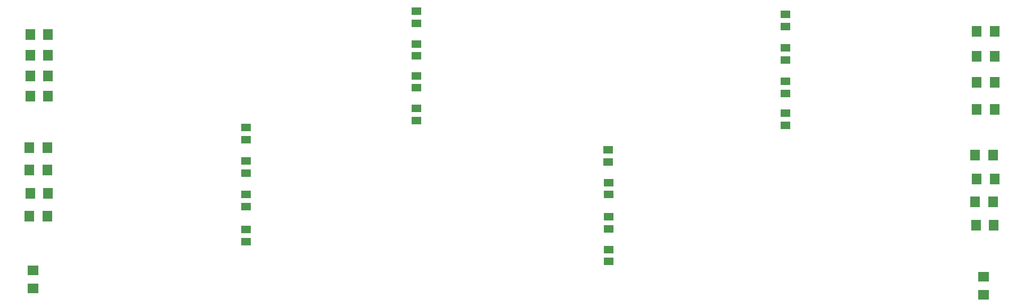
<source format=gbr>
G04 EAGLE Gerber RS-274X export*
G75*
%MOMM*%
%FSLAX34Y34*%
%LPD*%
%INSolderpaste Top*%
%IPPOS*%
%AMOC8*
5,1,8,0,0,1.08239X$1,22.5*%
G01*
%ADD10R,1.803000X1.600000*%
%ADD11R,1.600000X1.803000*%
%ADD12R,1.500000X1.300000*%


D10*
X2875280Y778760D03*
X2875280Y750320D03*
X1363980Y788920D03*
X1363980Y760480D03*
D11*
X1387090Y948690D03*
X1358650Y948690D03*
X1388360Y1131570D03*
X1359920Y1131570D03*
X1388360Y911860D03*
X1359920Y911860D03*
X1388360Y1098550D03*
X1359920Y1098550D03*
X1387090Y875030D03*
X1358650Y875030D03*
X1388360Y1066800D03*
X1359920Y1066800D03*
X1387090Y984250D03*
X1358650Y984250D03*
X1388360Y1164590D03*
X1359920Y1164590D03*
X2863600Y861060D03*
X2892040Y861060D03*
X2862330Y897890D03*
X2890770Y897890D03*
X2864870Y1045210D03*
X2893310Y1045210D03*
X2864870Y1088390D03*
X2893310Y1088390D03*
X2864870Y934720D03*
X2893310Y934720D03*
X2864870Y1130300D03*
X2893310Y1130300D03*
X2862330Y972820D03*
X2890770Y972820D03*
X2864870Y1169670D03*
X2893310Y1169670D03*
D12*
X1703070Y1016610D03*
X1703070Y997610D03*
X1703070Y963270D03*
X1703070Y944270D03*
X1703070Y909930D03*
X1703070Y890930D03*
X1703070Y854050D03*
X1703070Y835050D03*
X1973580Y1202030D03*
X1973580Y1183030D03*
X1973580Y1149960D03*
X1973580Y1130960D03*
X1973580Y1099160D03*
X1973580Y1080160D03*
X1973580Y1047090D03*
X1973580Y1028090D03*
X2279650Y822300D03*
X2279650Y803300D03*
X2279650Y874370D03*
X2279650Y855370D03*
X2279650Y928980D03*
X2279650Y909980D03*
X2278380Y981050D03*
X2278380Y962050D03*
X2560320Y1020470D03*
X2560320Y1039470D03*
X2560320Y1071270D03*
X2560320Y1090270D03*
X2560320Y1124610D03*
X2560320Y1143610D03*
X2560320Y1177950D03*
X2560320Y1196950D03*
M02*

</source>
